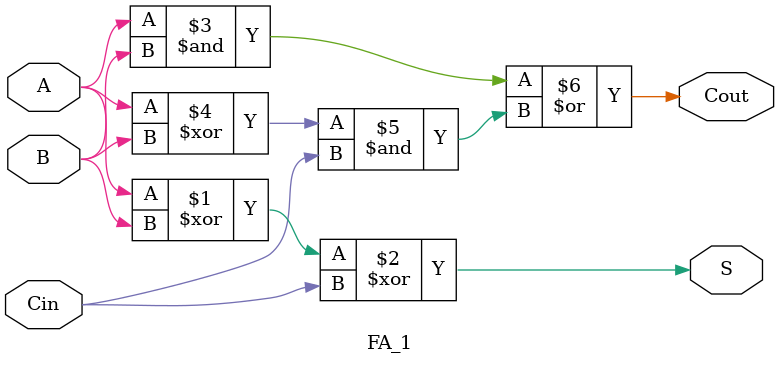
<source format=v>
`timescale 1ns / 1ps


module FA_1(A, B, Cin, S, Cout);
    input A, B, Cin;
    output S, Cout;
    
    assign S = (A^B)^Cin;
    assign Cout = (A&B) | ((A^B) & (Cin));
endmodule
</source>
